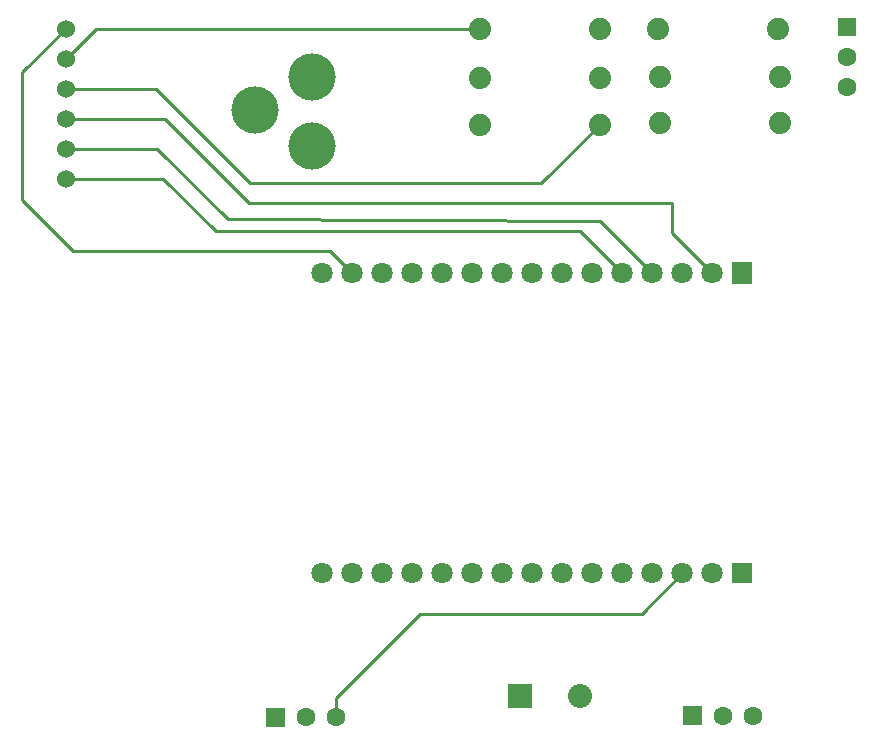
<source format=gtl>
G04 Layer: TopLayer*
G04 EasyEDA v6.4.12, 2020-12-31T12:21:15--5:00*
G04 99fc4708075f4ff381704a5e9c7ef7fe,db09687e621142cba360e7e147da6c3e,10*
G04 Gerber Generator version 0.2*
G04 Scale: 100 percent, Rotated: No, Reflected: No *
G04 Dimensions in millimeters *
G04 leading zeros omitted , absolute positions ,4 integer and 5 decimal *
%FSLAX45Y45*%
%MOMM*%

%ADD10C,0.2540*%
%ADD11C,0.2600*%
%ADD12R,1.6000X1.6000*%
%ADD13C,1.6000*%
%ADD14C,1.8000*%
%ADD15R,1.8000X1.9500*%
%ADD16R,1.8000X1.8000*%
%ADD18C,2.0320*%
%ADD19C,1.8796*%
%ADD20C,4.0000*%
%ADD21C,1.5240*%

%LPD*%
D10*
X901700Y5499100D02*
G01*
X1676400Y5499100D01*
X2273300Y4902200D01*
X5422900Y4889500D01*
X5867400Y4445000D01*
X3187700Y685800D02*
G01*
X3187700Y850900D01*
X3898900Y1562100D01*
X5778550Y1562100D01*
X6121400Y1904949D01*
X901700Y5245100D02*
G01*
X1727200Y5245100D01*
X2171700Y4800600D01*
X5257749Y4800600D01*
X5613400Y4444949D01*
X901700Y6515100D02*
G01*
X533400Y6146800D01*
X533400Y5067300D01*
X965200Y4635500D01*
X3136900Y4635500D01*
X3327400Y4445000D01*
X901700Y5753100D02*
G01*
X1739900Y5753100D01*
X2451100Y5041900D01*
X6032500Y5041900D01*
X6032500Y4787849D01*
X6375400Y4444949D01*
X901700Y6007100D02*
G01*
X1663700Y6007100D01*
X2463800Y5207000D01*
X4927600Y5207000D01*
X5422900Y5702300D01*
D11*
X4406900Y6515100D02*
G01*
X1155700Y6515100D01*
X901700Y6261100D01*
D12*
G01*
X7518400Y6527800D03*
D13*
G01*
X7518400Y6273800D03*
G01*
X7518400Y6019800D03*
G36*
X2599700Y765799D02*
G01*
X2759699Y765799D01*
X2759699Y605800D01*
X2599700Y605800D01*
G37*
G01*
X2933700Y685800D03*
G01*
X3187700Y685800D03*
G36*
X6130300Y778499D02*
G01*
X6290299Y778499D01*
X6290299Y618500D01*
X6130300Y618500D01*
G37*
G01*
X6464300Y698500D03*
G01*
X6718300Y698500D03*
D14*
G01*
X3073400Y4444949D03*
G01*
X3327400Y4444949D03*
G01*
X3581400Y4444949D03*
G01*
X3835400Y4444949D03*
G01*
X4089400Y4444949D03*
G01*
X4343400Y4444949D03*
G01*
X4597400Y4444949D03*
G01*
X4851400Y4444949D03*
G01*
X5105400Y4444949D03*
G01*
X5359400Y4444949D03*
G01*
X5613400Y4444949D03*
G01*
X5867400Y4444949D03*
G01*
X6121400Y4444949D03*
G01*
X6375400Y4444949D03*
D15*
G01*
X6629400Y4444949D03*
D14*
G01*
X3327400Y1904949D03*
G01*
X3581400Y1904949D03*
G01*
X3835400Y1904949D03*
G01*
X4089400Y1904949D03*
G01*
X4343400Y1904949D03*
G01*
X4597400Y1904949D03*
G01*
X4851400Y1904949D03*
G01*
X5105400Y1904949D03*
G01*
X5359400Y1904949D03*
G01*
X5613400Y1904949D03*
G01*
X5867400Y1904949D03*
G01*
X6121400Y1904949D03*
G01*
X6375400Y1904949D03*
D16*
G01*
X6629400Y1904949D03*
D14*
G01*
X3073400Y1904949D03*
G36*
X4648200Y965200D02*
G01*
X4851400Y965200D01*
X4851400Y762000D01*
X4648200Y762000D01*
G37*
D18*
G01*
X5250179Y863600D03*
D19*
G01*
X4406900Y6096000D03*
G01*
X5422900Y6096000D03*
G01*
X4406900Y5702300D03*
G01*
X5422900Y5702300D03*
G01*
X5918200Y6515100D03*
G01*
X6934200Y6515100D03*
G01*
X5930900Y6108700D03*
G01*
X6946900Y6108700D03*
G01*
X5930900Y5715000D03*
G01*
X6946900Y5715000D03*
D20*
G01*
X2501900Y5823407D03*
G01*
X2981909Y6103391D03*
G01*
X2981909Y5523407D03*
D21*
G01*
X901700Y6515100D03*
G01*
X901700Y6261100D03*
G01*
X901700Y6007100D03*
G01*
X901700Y5753100D03*
G01*
X901700Y5499100D03*
G01*
X901700Y5245100D03*
D19*
G01*
X4406900Y6515100D03*
G01*
X5422900Y6515100D03*
M02*

</source>
